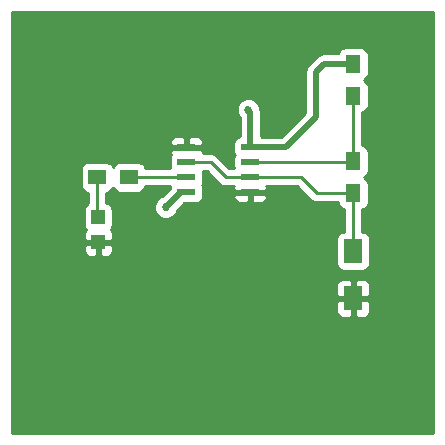
<source format=gtl>
G04 #@! TF.FileFunction,Copper,L1,Top,Signal*
%FSLAX46Y46*%
G04 Gerber Fmt 4.6, Leading zero omitted, Abs format (unit mm)*
G04 Created by KiCad (PCBNEW 4.0.3-stable) date 08/20/16 15:19:20*
%MOMM*%
%LPD*%
G01*
G04 APERTURE LIST*
%ADD10C,0.100000*%
%ADD11R,1.600000X2.000000*%
%ADD12R,1.198880X1.198880*%
%ADD13R,1.300000X1.500000*%
%ADD14R,1.500000X1.300000*%
%ADD15R,1.550000X0.600000*%
%ADD16C,0.685800*%
%ADD17C,0.254000*%
%ADD18C,0.508000*%
G04 APERTURE END LIST*
D10*
D11*
X155575000Y-105315000D03*
X155575000Y-109315000D03*
D12*
X133985000Y-102455980D03*
X133985000Y-104554020D03*
D13*
X155575000Y-89455000D03*
X155575000Y-92155000D03*
X155575000Y-97710000D03*
X155575000Y-100410000D03*
D14*
X136605000Y-99060000D03*
X133905000Y-99060000D03*
D15*
X141445000Y-96520000D03*
X141445000Y-97790000D03*
X141445000Y-99060000D03*
X141445000Y-100330000D03*
X146845000Y-100330000D03*
X146845000Y-99060000D03*
X146845000Y-97790000D03*
X146845000Y-96520000D03*
D16*
X144145000Y-109220000D03*
X139700000Y-101600000D03*
X146685000Y-93345000D03*
D17*
X146845000Y-99060000D02*
X151130000Y-99060000D01*
X152480000Y-100410000D02*
X155575000Y-100410000D01*
X151130000Y-99060000D02*
X152480000Y-100410000D01*
X141445000Y-97790000D02*
X143510000Y-97790000D01*
X144780000Y-99060000D02*
X146845000Y-99060000D01*
X143510000Y-97790000D02*
X144780000Y-99060000D01*
X155575000Y-99775000D02*
X155575000Y-105315000D01*
X133905000Y-99060000D02*
X133905000Y-102375980D01*
X133905000Y-102375980D02*
X133985000Y-102455980D01*
D18*
X141445000Y-100330000D02*
X140970000Y-100330000D01*
X140970000Y-100330000D02*
X139700000Y-101600000D01*
X146845000Y-96520000D02*
X146845000Y-93505000D01*
X146845000Y-93505000D02*
X146685000Y-93345000D01*
X146845000Y-96520000D02*
X149860000Y-96520000D01*
X153115000Y-89455000D02*
X155575000Y-89455000D01*
X152400000Y-90170000D02*
X153115000Y-89455000D01*
X152400000Y-93980000D02*
X152400000Y-90170000D01*
X149860000Y-96520000D02*
X152400000Y-93980000D01*
D17*
X146845000Y-97790000D02*
X155495000Y-97790000D01*
X155495000Y-97790000D02*
X155575000Y-97710000D01*
X155575000Y-92155000D02*
X155575000Y-97075000D01*
X141445000Y-99060000D02*
X136605000Y-99060000D01*
G36*
X162358000Y-120702000D02*
X126694000Y-120702000D01*
X126694000Y-109600750D01*
X154140000Y-109600750D01*
X154140000Y-110441309D01*
X154236673Y-110674698D01*
X154415301Y-110853327D01*
X154648690Y-110950000D01*
X155289250Y-110950000D01*
X155448000Y-110791250D01*
X155448000Y-109442000D01*
X155702000Y-109442000D01*
X155702000Y-110791250D01*
X155860750Y-110950000D01*
X156501310Y-110950000D01*
X156734699Y-110853327D01*
X156913327Y-110674698D01*
X157010000Y-110441309D01*
X157010000Y-109600750D01*
X156851250Y-109442000D01*
X155702000Y-109442000D01*
X155448000Y-109442000D01*
X154298750Y-109442000D01*
X154140000Y-109600750D01*
X126694000Y-109600750D01*
X126694000Y-108188691D01*
X154140000Y-108188691D01*
X154140000Y-109029250D01*
X154298750Y-109188000D01*
X155448000Y-109188000D01*
X155448000Y-107838750D01*
X155702000Y-107838750D01*
X155702000Y-109188000D01*
X156851250Y-109188000D01*
X157010000Y-109029250D01*
X157010000Y-108188691D01*
X156913327Y-107955302D01*
X156734699Y-107776673D01*
X156501310Y-107680000D01*
X155860750Y-107680000D01*
X155702000Y-107838750D01*
X155448000Y-107838750D01*
X155289250Y-107680000D01*
X154648690Y-107680000D01*
X154415301Y-107776673D01*
X154236673Y-107955302D01*
X154140000Y-108188691D01*
X126694000Y-108188691D01*
X126694000Y-104839770D01*
X132750560Y-104839770D01*
X132750560Y-105279769D01*
X132847233Y-105513158D01*
X133025861Y-105691787D01*
X133259250Y-105788460D01*
X133699250Y-105788460D01*
X133858000Y-105629710D01*
X133858000Y-104681020D01*
X134112000Y-104681020D01*
X134112000Y-105629710D01*
X134270750Y-105788460D01*
X134710750Y-105788460D01*
X134944139Y-105691787D01*
X135122767Y-105513158D01*
X135219440Y-105279769D01*
X135219440Y-104839770D01*
X135060690Y-104681020D01*
X134112000Y-104681020D01*
X133858000Y-104681020D01*
X132909310Y-104681020D01*
X132750560Y-104839770D01*
X126694000Y-104839770D01*
X126694000Y-98410000D01*
X132507560Y-98410000D01*
X132507560Y-99710000D01*
X132551838Y-99945317D01*
X132690910Y-100161441D01*
X132903110Y-100306431D01*
X133143000Y-100355010D01*
X133143000Y-101258039D01*
X132934119Y-101392450D01*
X132789129Y-101604650D01*
X132738120Y-101856540D01*
X132738120Y-103055420D01*
X132782398Y-103290737D01*
X132921470Y-103506861D01*
X132929659Y-103512456D01*
X132847233Y-103594882D01*
X132750560Y-103828271D01*
X132750560Y-104268270D01*
X132909310Y-104427020D01*
X133858000Y-104427020D01*
X133858000Y-104407020D01*
X134112000Y-104407020D01*
X134112000Y-104427020D01*
X135060690Y-104427020D01*
X135219440Y-104268270D01*
X135219440Y-103828271D01*
X135122767Y-103594882D01*
X135040555Y-103512669D01*
X135180871Y-103307310D01*
X135231880Y-103055420D01*
X135231880Y-101856540D01*
X135187602Y-101621223D01*
X135048530Y-101405099D01*
X134836330Y-101260109D01*
X134667000Y-101225819D01*
X134667000Y-100355182D01*
X134890317Y-100313162D01*
X135106441Y-100174090D01*
X135251431Y-99961890D01*
X135254081Y-99948803D01*
X135390910Y-100161441D01*
X135603110Y-100306431D01*
X135855000Y-100357440D01*
X137355000Y-100357440D01*
X137590317Y-100313162D01*
X137806441Y-100174090D01*
X137951431Y-99961890D01*
X137979759Y-99822000D01*
X140064681Y-99822000D01*
X140025047Y-100017717D01*
X139360627Y-100682137D01*
X139146788Y-100770493D01*
X138871460Y-101045341D01*
X138722270Y-101404630D01*
X138721931Y-101793663D01*
X138870493Y-102153212D01*
X139145341Y-102428540D01*
X139504630Y-102577730D01*
X139893663Y-102578069D01*
X140253212Y-102429507D01*
X140528540Y-102154659D01*
X140617986Y-101939250D01*
X141279796Y-101277440D01*
X142220000Y-101277440D01*
X142455317Y-101233162D01*
X142671441Y-101094090D01*
X142816431Y-100881890D01*
X142867440Y-100630000D01*
X142867440Y-100615750D01*
X145435000Y-100615750D01*
X145435000Y-100756310D01*
X145531673Y-100989699D01*
X145710302Y-101168327D01*
X145943691Y-101265000D01*
X146559250Y-101265000D01*
X146718000Y-101106250D01*
X146718000Y-100457000D01*
X146972000Y-100457000D01*
X146972000Y-101106250D01*
X147130750Y-101265000D01*
X147746309Y-101265000D01*
X147979698Y-101168327D01*
X148158327Y-100989699D01*
X148255000Y-100756310D01*
X148255000Y-100615750D01*
X148096250Y-100457000D01*
X146972000Y-100457000D01*
X146718000Y-100457000D01*
X145593750Y-100457000D01*
X145435000Y-100615750D01*
X142867440Y-100615750D01*
X142867440Y-100030000D01*
X142823162Y-99794683D01*
X142759322Y-99695472D01*
X142816431Y-99611890D01*
X142867440Y-99360000D01*
X142867440Y-98760000D01*
X142828302Y-98552000D01*
X143194370Y-98552000D01*
X144241184Y-99598815D01*
X144488395Y-99763996D01*
X144780000Y-99822000D01*
X145468837Y-99822000D01*
X145435000Y-99903690D01*
X145435000Y-100044250D01*
X145593750Y-100203000D01*
X146718000Y-100203000D01*
X146718000Y-100183000D01*
X146972000Y-100183000D01*
X146972000Y-100203000D01*
X148096250Y-100203000D01*
X148255000Y-100044250D01*
X148255000Y-99903690D01*
X148221163Y-99822000D01*
X150814370Y-99822000D01*
X151941184Y-100948815D01*
X152087811Y-101046788D01*
X152188395Y-101113996D01*
X152480000Y-101172000D01*
X154279818Y-101172000D01*
X154321838Y-101395317D01*
X154460910Y-101611441D01*
X154673110Y-101756431D01*
X154813000Y-101784759D01*
X154813000Y-103667560D01*
X154775000Y-103667560D01*
X154539683Y-103711838D01*
X154323559Y-103850910D01*
X154178569Y-104063110D01*
X154127560Y-104315000D01*
X154127560Y-106315000D01*
X154171838Y-106550317D01*
X154310910Y-106766441D01*
X154523110Y-106911431D01*
X154775000Y-106962440D01*
X156375000Y-106962440D01*
X156610317Y-106918162D01*
X156826441Y-106779090D01*
X156971431Y-106566890D01*
X157022440Y-106315000D01*
X157022440Y-104315000D01*
X156978162Y-104079683D01*
X156839090Y-103863559D01*
X156626890Y-103718569D01*
X156375000Y-103667560D01*
X156337000Y-103667560D01*
X156337000Y-101786366D01*
X156460317Y-101763162D01*
X156676441Y-101624090D01*
X156821431Y-101411890D01*
X156872440Y-101160000D01*
X156872440Y-99660000D01*
X156828162Y-99424683D01*
X156689090Y-99208559D01*
X156476890Y-99063569D01*
X156463803Y-99060919D01*
X156676441Y-98924090D01*
X156821431Y-98711890D01*
X156872440Y-98460000D01*
X156872440Y-96960000D01*
X156828162Y-96724683D01*
X156689090Y-96508559D01*
X156476890Y-96363569D01*
X156337000Y-96335241D01*
X156337000Y-93531366D01*
X156460317Y-93508162D01*
X156676441Y-93369090D01*
X156821431Y-93156890D01*
X156872440Y-92905000D01*
X156872440Y-91405000D01*
X156828162Y-91169683D01*
X156689090Y-90953559D01*
X156476890Y-90808569D01*
X156463803Y-90805919D01*
X156676441Y-90669090D01*
X156821431Y-90456890D01*
X156872440Y-90205000D01*
X156872440Y-88705000D01*
X156828162Y-88469683D01*
X156689090Y-88253559D01*
X156476890Y-88108569D01*
X156225000Y-88057560D01*
X154925000Y-88057560D01*
X154689683Y-88101838D01*
X154473559Y-88240910D01*
X154328569Y-88453110D01*
X154305708Y-88566000D01*
X153115000Y-88566000D01*
X152774794Y-88633671D01*
X152668043Y-88705000D01*
X152486382Y-88826382D01*
X151771382Y-89541382D01*
X151578671Y-89829794D01*
X151511000Y-90170000D01*
X151511000Y-93611764D01*
X149491764Y-95631000D01*
X147882766Y-95631000D01*
X147871890Y-95623569D01*
X147734000Y-95595646D01*
X147734000Y-93505000D01*
X147666329Y-93164794D01*
X147663062Y-93159904D01*
X147663069Y-93151337D01*
X147514507Y-92791788D01*
X147239659Y-92516460D01*
X146880370Y-92367270D01*
X146491337Y-92366931D01*
X146131788Y-92515493D01*
X145856460Y-92790341D01*
X145707270Y-93149630D01*
X145706931Y-93538663D01*
X145855493Y-93898212D01*
X145956000Y-93998895D01*
X145956000Y-95594011D01*
X145834683Y-95616838D01*
X145618559Y-95755910D01*
X145473569Y-95968110D01*
X145422560Y-96220000D01*
X145422560Y-96820000D01*
X145466838Y-97055317D01*
X145530678Y-97154528D01*
X145473569Y-97238110D01*
X145422560Y-97490000D01*
X145422560Y-98090000D01*
X145461698Y-98298000D01*
X145095631Y-98298000D01*
X144048815Y-97251185D01*
X143941829Y-97179699D01*
X143801605Y-97086004D01*
X143510000Y-97028000D01*
X142821163Y-97028000D01*
X142855000Y-96946310D01*
X142855000Y-96805750D01*
X142696250Y-96647000D01*
X141572000Y-96647000D01*
X141572000Y-96667000D01*
X141318000Y-96667000D01*
X141318000Y-96647000D01*
X140193750Y-96647000D01*
X140035000Y-96805750D01*
X140035000Y-96946310D01*
X140124806Y-97163122D01*
X140073569Y-97238110D01*
X140022560Y-97490000D01*
X140022560Y-98090000D01*
X140061698Y-98298000D01*
X137981366Y-98298000D01*
X137958162Y-98174683D01*
X137819090Y-97958559D01*
X137606890Y-97813569D01*
X137355000Y-97762560D01*
X135855000Y-97762560D01*
X135619683Y-97806838D01*
X135403559Y-97945910D01*
X135258569Y-98158110D01*
X135255919Y-98171197D01*
X135119090Y-97958559D01*
X134906890Y-97813569D01*
X134655000Y-97762560D01*
X133155000Y-97762560D01*
X132919683Y-97806838D01*
X132703559Y-97945910D01*
X132558569Y-98158110D01*
X132507560Y-98410000D01*
X126694000Y-98410000D01*
X126694000Y-96093690D01*
X140035000Y-96093690D01*
X140035000Y-96234250D01*
X140193750Y-96393000D01*
X141318000Y-96393000D01*
X141318000Y-95743750D01*
X141572000Y-95743750D01*
X141572000Y-96393000D01*
X142696250Y-96393000D01*
X142855000Y-96234250D01*
X142855000Y-96093690D01*
X142758327Y-95860301D01*
X142579698Y-95681673D01*
X142346309Y-95585000D01*
X141730750Y-95585000D01*
X141572000Y-95743750D01*
X141318000Y-95743750D01*
X141159250Y-95585000D01*
X140543691Y-95585000D01*
X140310302Y-95681673D01*
X140131673Y-95860301D01*
X140035000Y-96093690D01*
X126694000Y-96093690D01*
X126694000Y-85038000D01*
X162358000Y-85038000D01*
X162358000Y-120702000D01*
X162358000Y-120702000D01*
G37*
X162358000Y-120702000D02*
X126694000Y-120702000D01*
X126694000Y-109600750D01*
X154140000Y-109600750D01*
X154140000Y-110441309D01*
X154236673Y-110674698D01*
X154415301Y-110853327D01*
X154648690Y-110950000D01*
X155289250Y-110950000D01*
X155448000Y-110791250D01*
X155448000Y-109442000D01*
X155702000Y-109442000D01*
X155702000Y-110791250D01*
X155860750Y-110950000D01*
X156501310Y-110950000D01*
X156734699Y-110853327D01*
X156913327Y-110674698D01*
X157010000Y-110441309D01*
X157010000Y-109600750D01*
X156851250Y-109442000D01*
X155702000Y-109442000D01*
X155448000Y-109442000D01*
X154298750Y-109442000D01*
X154140000Y-109600750D01*
X126694000Y-109600750D01*
X126694000Y-108188691D01*
X154140000Y-108188691D01*
X154140000Y-109029250D01*
X154298750Y-109188000D01*
X155448000Y-109188000D01*
X155448000Y-107838750D01*
X155702000Y-107838750D01*
X155702000Y-109188000D01*
X156851250Y-109188000D01*
X157010000Y-109029250D01*
X157010000Y-108188691D01*
X156913327Y-107955302D01*
X156734699Y-107776673D01*
X156501310Y-107680000D01*
X155860750Y-107680000D01*
X155702000Y-107838750D01*
X155448000Y-107838750D01*
X155289250Y-107680000D01*
X154648690Y-107680000D01*
X154415301Y-107776673D01*
X154236673Y-107955302D01*
X154140000Y-108188691D01*
X126694000Y-108188691D01*
X126694000Y-104839770D01*
X132750560Y-104839770D01*
X132750560Y-105279769D01*
X132847233Y-105513158D01*
X133025861Y-105691787D01*
X133259250Y-105788460D01*
X133699250Y-105788460D01*
X133858000Y-105629710D01*
X133858000Y-104681020D01*
X134112000Y-104681020D01*
X134112000Y-105629710D01*
X134270750Y-105788460D01*
X134710750Y-105788460D01*
X134944139Y-105691787D01*
X135122767Y-105513158D01*
X135219440Y-105279769D01*
X135219440Y-104839770D01*
X135060690Y-104681020D01*
X134112000Y-104681020D01*
X133858000Y-104681020D01*
X132909310Y-104681020D01*
X132750560Y-104839770D01*
X126694000Y-104839770D01*
X126694000Y-98410000D01*
X132507560Y-98410000D01*
X132507560Y-99710000D01*
X132551838Y-99945317D01*
X132690910Y-100161441D01*
X132903110Y-100306431D01*
X133143000Y-100355010D01*
X133143000Y-101258039D01*
X132934119Y-101392450D01*
X132789129Y-101604650D01*
X132738120Y-101856540D01*
X132738120Y-103055420D01*
X132782398Y-103290737D01*
X132921470Y-103506861D01*
X132929659Y-103512456D01*
X132847233Y-103594882D01*
X132750560Y-103828271D01*
X132750560Y-104268270D01*
X132909310Y-104427020D01*
X133858000Y-104427020D01*
X133858000Y-104407020D01*
X134112000Y-104407020D01*
X134112000Y-104427020D01*
X135060690Y-104427020D01*
X135219440Y-104268270D01*
X135219440Y-103828271D01*
X135122767Y-103594882D01*
X135040555Y-103512669D01*
X135180871Y-103307310D01*
X135231880Y-103055420D01*
X135231880Y-101856540D01*
X135187602Y-101621223D01*
X135048530Y-101405099D01*
X134836330Y-101260109D01*
X134667000Y-101225819D01*
X134667000Y-100355182D01*
X134890317Y-100313162D01*
X135106441Y-100174090D01*
X135251431Y-99961890D01*
X135254081Y-99948803D01*
X135390910Y-100161441D01*
X135603110Y-100306431D01*
X135855000Y-100357440D01*
X137355000Y-100357440D01*
X137590317Y-100313162D01*
X137806441Y-100174090D01*
X137951431Y-99961890D01*
X137979759Y-99822000D01*
X140064681Y-99822000D01*
X140025047Y-100017717D01*
X139360627Y-100682137D01*
X139146788Y-100770493D01*
X138871460Y-101045341D01*
X138722270Y-101404630D01*
X138721931Y-101793663D01*
X138870493Y-102153212D01*
X139145341Y-102428540D01*
X139504630Y-102577730D01*
X139893663Y-102578069D01*
X140253212Y-102429507D01*
X140528540Y-102154659D01*
X140617986Y-101939250D01*
X141279796Y-101277440D01*
X142220000Y-101277440D01*
X142455317Y-101233162D01*
X142671441Y-101094090D01*
X142816431Y-100881890D01*
X142867440Y-100630000D01*
X142867440Y-100615750D01*
X145435000Y-100615750D01*
X145435000Y-100756310D01*
X145531673Y-100989699D01*
X145710302Y-101168327D01*
X145943691Y-101265000D01*
X146559250Y-101265000D01*
X146718000Y-101106250D01*
X146718000Y-100457000D01*
X146972000Y-100457000D01*
X146972000Y-101106250D01*
X147130750Y-101265000D01*
X147746309Y-101265000D01*
X147979698Y-101168327D01*
X148158327Y-100989699D01*
X148255000Y-100756310D01*
X148255000Y-100615750D01*
X148096250Y-100457000D01*
X146972000Y-100457000D01*
X146718000Y-100457000D01*
X145593750Y-100457000D01*
X145435000Y-100615750D01*
X142867440Y-100615750D01*
X142867440Y-100030000D01*
X142823162Y-99794683D01*
X142759322Y-99695472D01*
X142816431Y-99611890D01*
X142867440Y-99360000D01*
X142867440Y-98760000D01*
X142828302Y-98552000D01*
X143194370Y-98552000D01*
X144241184Y-99598815D01*
X144488395Y-99763996D01*
X144780000Y-99822000D01*
X145468837Y-99822000D01*
X145435000Y-99903690D01*
X145435000Y-100044250D01*
X145593750Y-100203000D01*
X146718000Y-100203000D01*
X146718000Y-100183000D01*
X146972000Y-100183000D01*
X146972000Y-100203000D01*
X148096250Y-100203000D01*
X148255000Y-100044250D01*
X148255000Y-99903690D01*
X148221163Y-99822000D01*
X150814370Y-99822000D01*
X151941184Y-100948815D01*
X152087811Y-101046788D01*
X152188395Y-101113996D01*
X152480000Y-101172000D01*
X154279818Y-101172000D01*
X154321838Y-101395317D01*
X154460910Y-101611441D01*
X154673110Y-101756431D01*
X154813000Y-101784759D01*
X154813000Y-103667560D01*
X154775000Y-103667560D01*
X154539683Y-103711838D01*
X154323559Y-103850910D01*
X154178569Y-104063110D01*
X154127560Y-104315000D01*
X154127560Y-106315000D01*
X154171838Y-106550317D01*
X154310910Y-106766441D01*
X154523110Y-106911431D01*
X154775000Y-106962440D01*
X156375000Y-106962440D01*
X156610317Y-106918162D01*
X156826441Y-106779090D01*
X156971431Y-106566890D01*
X157022440Y-106315000D01*
X157022440Y-104315000D01*
X156978162Y-104079683D01*
X156839090Y-103863559D01*
X156626890Y-103718569D01*
X156375000Y-103667560D01*
X156337000Y-103667560D01*
X156337000Y-101786366D01*
X156460317Y-101763162D01*
X156676441Y-101624090D01*
X156821431Y-101411890D01*
X156872440Y-101160000D01*
X156872440Y-99660000D01*
X156828162Y-99424683D01*
X156689090Y-99208559D01*
X156476890Y-99063569D01*
X156463803Y-99060919D01*
X156676441Y-98924090D01*
X156821431Y-98711890D01*
X156872440Y-98460000D01*
X156872440Y-96960000D01*
X156828162Y-96724683D01*
X156689090Y-96508559D01*
X156476890Y-96363569D01*
X156337000Y-96335241D01*
X156337000Y-93531366D01*
X156460317Y-93508162D01*
X156676441Y-93369090D01*
X156821431Y-93156890D01*
X156872440Y-92905000D01*
X156872440Y-91405000D01*
X156828162Y-91169683D01*
X156689090Y-90953559D01*
X156476890Y-90808569D01*
X156463803Y-90805919D01*
X156676441Y-90669090D01*
X156821431Y-90456890D01*
X156872440Y-90205000D01*
X156872440Y-88705000D01*
X156828162Y-88469683D01*
X156689090Y-88253559D01*
X156476890Y-88108569D01*
X156225000Y-88057560D01*
X154925000Y-88057560D01*
X154689683Y-88101838D01*
X154473559Y-88240910D01*
X154328569Y-88453110D01*
X154305708Y-88566000D01*
X153115000Y-88566000D01*
X152774794Y-88633671D01*
X152668043Y-88705000D01*
X152486382Y-88826382D01*
X151771382Y-89541382D01*
X151578671Y-89829794D01*
X151511000Y-90170000D01*
X151511000Y-93611764D01*
X149491764Y-95631000D01*
X147882766Y-95631000D01*
X147871890Y-95623569D01*
X147734000Y-95595646D01*
X147734000Y-93505000D01*
X147666329Y-93164794D01*
X147663062Y-93159904D01*
X147663069Y-93151337D01*
X147514507Y-92791788D01*
X147239659Y-92516460D01*
X146880370Y-92367270D01*
X146491337Y-92366931D01*
X146131788Y-92515493D01*
X145856460Y-92790341D01*
X145707270Y-93149630D01*
X145706931Y-93538663D01*
X145855493Y-93898212D01*
X145956000Y-93998895D01*
X145956000Y-95594011D01*
X145834683Y-95616838D01*
X145618559Y-95755910D01*
X145473569Y-95968110D01*
X145422560Y-96220000D01*
X145422560Y-96820000D01*
X145466838Y-97055317D01*
X145530678Y-97154528D01*
X145473569Y-97238110D01*
X145422560Y-97490000D01*
X145422560Y-98090000D01*
X145461698Y-98298000D01*
X145095631Y-98298000D01*
X144048815Y-97251185D01*
X143941829Y-97179699D01*
X143801605Y-97086004D01*
X143510000Y-97028000D01*
X142821163Y-97028000D01*
X142855000Y-96946310D01*
X142855000Y-96805750D01*
X142696250Y-96647000D01*
X141572000Y-96647000D01*
X141572000Y-96667000D01*
X141318000Y-96667000D01*
X141318000Y-96647000D01*
X140193750Y-96647000D01*
X140035000Y-96805750D01*
X140035000Y-96946310D01*
X140124806Y-97163122D01*
X140073569Y-97238110D01*
X140022560Y-97490000D01*
X140022560Y-98090000D01*
X140061698Y-98298000D01*
X137981366Y-98298000D01*
X137958162Y-98174683D01*
X137819090Y-97958559D01*
X137606890Y-97813569D01*
X137355000Y-97762560D01*
X135855000Y-97762560D01*
X135619683Y-97806838D01*
X135403559Y-97945910D01*
X135258569Y-98158110D01*
X135255919Y-98171197D01*
X135119090Y-97958559D01*
X134906890Y-97813569D01*
X134655000Y-97762560D01*
X133155000Y-97762560D01*
X132919683Y-97806838D01*
X132703559Y-97945910D01*
X132558569Y-98158110D01*
X132507560Y-98410000D01*
X126694000Y-98410000D01*
X126694000Y-96093690D01*
X140035000Y-96093690D01*
X140035000Y-96234250D01*
X140193750Y-96393000D01*
X141318000Y-96393000D01*
X141318000Y-95743750D01*
X141572000Y-95743750D01*
X141572000Y-96393000D01*
X142696250Y-96393000D01*
X142855000Y-96234250D01*
X142855000Y-96093690D01*
X142758327Y-95860301D01*
X142579698Y-95681673D01*
X142346309Y-95585000D01*
X141730750Y-95585000D01*
X141572000Y-95743750D01*
X141318000Y-95743750D01*
X141159250Y-95585000D01*
X140543691Y-95585000D01*
X140310302Y-95681673D01*
X140131673Y-95860301D01*
X140035000Y-96093690D01*
X126694000Y-96093690D01*
X126694000Y-85038000D01*
X162358000Y-85038000D01*
X162358000Y-120702000D01*
M02*

</source>
